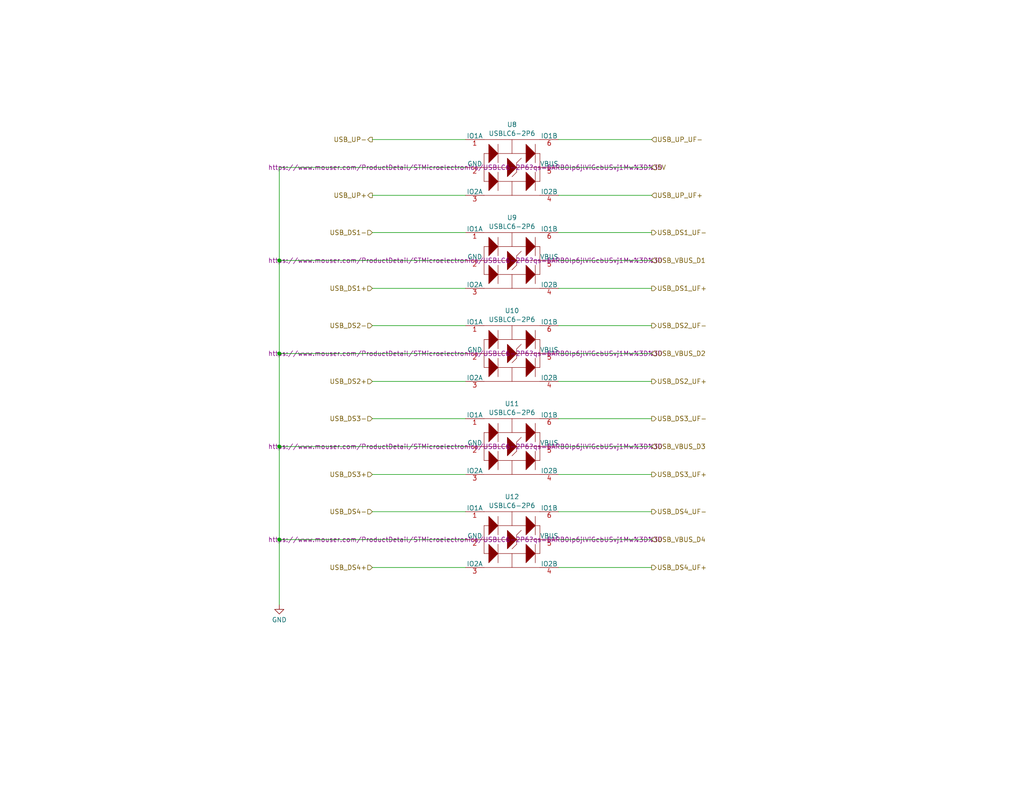
<source format=kicad_sch>
(kicad_sch
	(version 20250114)
	(generator "eeschema")
	(generator_version "9.0")
	(uuid "344d7c2a-4724-4e54-b822-a865b46fb2af")
	(paper "USLetter")
	(title_block
		(title "1026 RPi Power Hat")
		(date "2025-04-11")
		(rev "1")
		(company "Dan Wilson")
		(comment 1 "Copyright © 2025 Dan Wilson")
		(comment 4 "USB ESD Protection")
	)
	(lib_symbols
		(symbol "DW_Semiconductors:[U] ST Micro USB ESD Protection USBLC6-2P6"
			(pin_names
				(offset 0)
			)
			(exclude_from_sim no)
			(in_bom yes)
			(on_board yes)
			(property "Reference" "U"
				(at 11.43 12.7 0)
				(effects
					(font
						(size 1.27 1.27)
					)
					(justify left bottom)
				)
			)
			(property "Value" "USBLC6-2P6"
				(at 6.35 11.43 0)
				(effects
					(font
						(size 1.27 1.27)
					)
					(justify left top)
				)
			)
			(property "Footprint" "DW_Semiconductors:[U] ST Micro USB ESD Protection USBLC6-2P6"
				(at 25.4 -87.3 0)
				(effects
					(font
						(size 1.27 1.27)
					)
					(justify left top)
					(hide yes)
				)
			)
			(property "Datasheet" "https://www.mouser.com/datasheet/2/389/usblc6_2-1852789.pdf"
				(at 25.4 -187.3 0)
				(effects
					(font
						(size 1.27 1.27)
					)
					(justify left top)
					(hide yes)
				)
			)
			(property "Description" "ESD Suppressors / TVS Diodes High Speed Interface Protection Low Cap"
				(at 12.7 -10.16 0)
				(effects
					(font
						(size 1.27 1.27)
					)
					(hide yes)
				)
			)
			(property "Height" "0.6"
				(at 25.4 -387.3 0)
				(effects
					(font
						(size 1.27 1.27)
					)
					(justify left top)
					(hide yes)
				)
			)
			(property "Manufacturer_Name" "STMicroelectronics"
				(at 25.4 -487.3 0)
				(effects
					(font
						(size 1.27 1.27)
					)
					(justify left top)
					(hide yes)
				)
			)
			(property "Manufacturer_Part_Number" "USBLC6-2P6"
				(at 25.4 -587.3 0)
				(effects
					(font
						(size 1.27 1.27)
					)
					(justify left top)
					(hide yes)
				)
			)
			(property "Mouser Part Number" "511-USBLC6-2P6"
				(at 12.7 -15.24 0)
				(effects
					(font
						(size 1.27 1.27)
					)
					(hide yes)
				)
			)
			(property "Mouser Product/Spec" "https://www.mouser.com/ProductDetail/STMicroelectronics/USBLC6-2P6?qs=6ARB0lp6jlViGcbUSvj1Mw%3D%3D"
				(at 12.7 -12.7 0)
				(effects
					(font
						(size 1.27 1.27)
					)
					(hide yes)
				)
			)
			(property "Spec" "USBLC6-2P6"
				(at 12.7 -17.78 0)
				(effects
					(font
						(size 1.27 1.27)
					)
					(hide yes)
				)
			)
			(property "ki_keywords" "ESD Suppressors / TVS Diodes High Speed Interface Protection Low Cap"
				(at 0 0 0)
				(effects
					(font
						(size 1.27 1.27)
					)
					(hide yes)
				)
			)
			(symbol "[U] ST Micro USB ESD Protection USBLC6-2P6_1_1"
				(polyline
					(pts
						(xy 5.08 7.62) (xy 20.32 7.62)
					)
					(stroke
						(width 0.127)
						(type default)
					)
					(fill
						(type none)
					)
				)
				(polyline
					(pts
						(xy 5.08 0) (xy 20.32 0)
					)
					(stroke
						(width 0.127)
						(type default)
					)
					(fill
						(type none)
					)
				)
				(polyline
					(pts
						(xy 5.08 -3.81) (xy 5.08 3.81)
					)
					(stroke
						(width 0.127)
						(type default)
					)
					(fill
						(type none)
					)
				)
				(polyline
					(pts
						(xy 5.08 -3.81) (xy 6.35 -3.81)
					)
					(stroke
						(width 0.127)
						(type default)
					)
					(fill
						(type none)
					)
				)
				(polyline
					(pts
						(xy 5.08 -7.62) (xy 20.32 -7.62)
					)
					(stroke
						(width 0.127)
						(type default)
					)
					(fill
						(type none)
					)
				)
				(polyline
					(pts
						(xy 6.35 3.81) (xy 5.08 3.81)
					)
					(stroke
						(width 0.127)
						(type default)
					)
					(fill
						(type none)
					)
				)
				(polyline
					(pts
						(xy 8.89 6.35) (xy 8.89 1.27)
					)
					(stroke
						(width 0.127)
						(type default)
					)
					(fill
						(type none)
					)
				)
				(polyline
					(pts
						(xy 8.89 3.81) (xy 16.51 3.81)
					)
					(stroke
						(width 0.127)
						(type default)
					)
					(fill
						(type none)
					)
				)
				(polyline
					(pts
						(xy 8.89 3.81) (xy 6.35 1.27) (xy 6.35 6.35) (xy 8.89 3.81)
					)
					(stroke
						(width 0.127)
						(type default)
					)
					(fill
						(type outline)
					)
				)
				(polyline
					(pts
						(xy 8.89 -1.27) (xy 8.89 -6.35)
					)
					(stroke
						(width 0.127)
						(type default)
					)
					(fill
						(type none)
					)
				)
				(polyline
					(pts
						(xy 8.89 -3.81) (xy 16.51 -3.81)
					)
					(stroke
						(width 0.127)
						(type default)
					)
					(fill
						(type none)
					)
				)
				(polyline
					(pts
						(xy 8.89 -3.81) (xy 6.35 -6.35) (xy 6.35 -1.27) (xy 8.89 -3.81)
					)
					(stroke
						(width 0.127)
						(type default)
					)
					(fill
						(type outline)
					)
				)
				(polyline
					(pts
						(xy 12.7 3.81) (xy 12.7 7.62)
					)
					(stroke
						(width 0.127)
						(type default)
					)
					(fill
						(type none)
					)
				)
				(polyline
					(pts
						(xy 12.7 -2.54) (xy 13.97 -1.27)
					)
					(stroke
						(width 0.127)
						(type default)
					)
					(fill
						(type none)
					)
				)
				(polyline
					(pts
						(xy 12.7 -3.81) (xy 12.7 -7.62)
					)
					(stroke
						(width 0.127)
						(type default)
					)
					(fill
						(type none)
					)
				)
				(polyline
					(pts
						(xy 13.97 1.27) (xy 13.97 -1.27)
					)
					(stroke
						(width 0.127)
						(type default)
					)
					(fill
						(type none)
					)
				)
				(polyline
					(pts
						(xy 13.97 1.27) (xy 15.24 2.54)
					)
					(stroke
						(width 0.127)
						(type default)
					)
					(fill
						(type none)
					)
				)
				(polyline
					(pts
						(xy 13.97 0) (xy 11.43 -2.54) (xy 11.43 2.54) (xy 13.97 0)
					)
					(stroke
						(width 0.127)
						(type default)
					)
					(fill
						(type outline)
					)
				)
				(polyline
					(pts
						(xy 19.05 6.35) (xy 19.05 1.27)
					)
					(stroke
						(width 0.127)
						(type default)
					)
					(fill
						(type none)
					)
				)
				(polyline
					(pts
						(xy 19.05 3.81) (xy 20.32 3.81)
					)
					(stroke
						(width 0.127)
						(type default)
					)
					(fill
						(type none)
					)
				)
				(polyline
					(pts
						(xy 19.05 3.81) (xy 16.51 1.27) (xy 16.51 6.35) (xy 19.05 3.81)
					)
					(stroke
						(width 0.127)
						(type default)
					)
					(fill
						(type outline)
					)
				)
				(polyline
					(pts
						(xy 19.05 -1.27) (xy 19.05 -6.35)
					)
					(stroke
						(width 0.127)
						(type default)
					)
					(fill
						(type none)
					)
				)
				(polyline
					(pts
						(xy 19.05 -3.81) (xy 16.51 -6.35) (xy 16.51 -1.27) (xy 19.05 -3.81)
					)
					(stroke
						(width 0.127)
						(type default)
					)
					(fill
						(type outline)
					)
				)
				(polyline
					(pts
						(xy 20.32 -3.81) (xy 19.05 -3.81)
					)
					(stroke
						(width 0.127)
						(type default)
					)
					(fill
						(type none)
					)
				)
				(polyline
					(pts
						(xy 20.32 -3.81) (xy 20.32 3.81)
					)
					(stroke
						(width 0.127)
						(type default)
					)
					(fill
						(type none)
					)
				)
				(pin passive line
					(at 0 7.62 0)
					(length 5.08)
					(name "IO1A"
						(effects
							(font
								(size 1.27 1.27)
							)
						)
					)
					(number "1"
						(effects
							(font
								(size 1.27 1.27)
							)
						)
					)
				)
				(pin passive line
					(at 0 0 0)
					(length 5.08)
					(name "GND"
						(effects
							(font
								(size 1.27 1.27)
							)
						)
					)
					(number "2"
						(effects
							(font
								(size 1.27 1.27)
							)
						)
					)
				)
				(pin passive line
					(at 0 -7.62 0)
					(length 5.08)
					(name "IO2A"
						(effects
							(font
								(size 1.27 1.27)
							)
						)
					)
					(number "3"
						(effects
							(font
								(size 1.27 1.27)
							)
						)
					)
				)
				(pin passive line
					(at 25.4 7.62 180)
					(length 5.08)
					(name "IO1B"
						(effects
							(font
								(size 1.27 1.27)
							)
						)
					)
					(number "6"
						(effects
							(font
								(size 1.27 1.27)
							)
						)
					)
				)
				(pin passive line
					(at 25.4 0 180)
					(length 5.08)
					(name "VBUS"
						(effects
							(font
								(size 1.27 1.27)
							)
						)
					)
					(number "5"
						(effects
							(font
								(size 1.27 1.27)
							)
						)
					)
				)
				(pin passive line
					(at 25.4 -7.62 180)
					(length 5.08)
					(name "IO2B"
						(effects
							(font
								(size 1.27 1.27)
							)
						)
					)
					(number "4"
						(effects
							(font
								(size 1.27 1.27)
							)
						)
					)
				)
			)
			(embedded_fonts no)
		)
		(symbol "power:GND"
			(power)
			(pin_numbers
				(hide yes)
			)
			(pin_names
				(offset 0)
				(hide yes)
			)
			(exclude_from_sim no)
			(in_bom yes)
			(on_board yes)
			(property "Reference" "#PWR"
				(at 0 -6.35 0)
				(effects
					(font
						(size 1.27 1.27)
					)
					(hide yes)
				)
			)
			(property "Value" "GND"
				(at 0 -3.81 0)
				(effects
					(font
						(size 1.27 1.27)
					)
				)
			)
			(property "Footprint" ""
				(at 0 0 0)
				(effects
					(font
						(size 1.27 1.27)
					)
					(hide yes)
				)
			)
			(property "Datasheet" ""
				(at 0 0 0)
				(effects
					(font
						(size 1.27 1.27)
					)
					(hide yes)
				)
			)
			(property "Description" "Power symbol creates a global label with name \"GND\" , ground"
				(at 0 0 0)
				(effects
					(font
						(size 1.27 1.27)
					)
					(hide yes)
				)
			)
			(property "ki_keywords" "global power"
				(at 0 0 0)
				(effects
					(font
						(size 1.27 1.27)
					)
					(hide yes)
				)
			)
			(symbol "GND_0_1"
				(polyline
					(pts
						(xy 0 0) (xy 0 -1.27) (xy 1.27 -1.27) (xy 0 -2.54) (xy -1.27 -1.27) (xy 0 -1.27)
					)
					(stroke
						(width 0)
						(type default)
					)
					(fill
						(type none)
					)
				)
			)
			(symbol "GND_1_1"
				(pin power_in line
					(at 0 0 270)
					(length 0)
					(name "~"
						(effects
							(font
								(size 1.27 1.27)
							)
						)
					)
					(number "1"
						(effects
							(font
								(size 1.27 1.27)
							)
						)
					)
				)
			)
			(embedded_fonts no)
		)
	)
	(junction
		(at 76.2 147.32)
		(diameter 0)
		(color 0 0 0 0)
		(uuid "1840a9a2-4447-42cc-b537-1f1425c5d32e")
	)
	(junction
		(at 76.2 121.92)
		(diameter 0)
		(color 0 0 0 0)
		(uuid "4311a60b-d684-4bee-9501-36304e17702d")
	)
	(junction
		(at 76.2 96.52)
		(diameter 0)
		(color 0 0 0 0)
		(uuid "a59423e3-39b7-43fa-b4ce-cf12976c6f38")
	)
	(junction
		(at 76.2 71.12)
		(diameter 0)
		(color 0 0 0 0)
		(uuid "f875c3ce-ec9a-4f50-a70a-aeeab6fc0dc1")
	)
	(wire
		(pts
			(xy 76.2 121.92) (xy 127 121.92)
		)
		(stroke
			(width 0)
			(type default)
		)
		(uuid "19291bdf-85fa-4e1c-b91f-e2ba373ed723")
	)
	(wire
		(pts
			(xy 76.2 147.32) (xy 76.2 165.1)
		)
		(stroke
			(width 0)
			(type default)
		)
		(uuid "22422c6b-6699-41c1-b137-2b2c85a6fca4")
	)
	(wire
		(pts
			(xy 152.4 38.1) (xy 177.8 38.1)
		)
		(stroke
			(width 0)
			(type default)
		)
		(uuid "22ec3083-ad1e-413e-9d16-7fbbacc00767")
	)
	(wire
		(pts
			(xy 152.4 53.34) (xy 177.8 53.34)
		)
		(stroke
			(width 0)
			(type default)
		)
		(uuid "263205f1-a571-479b-94f1-f80fca5baa51")
	)
	(wire
		(pts
			(xy 152.4 154.94) (xy 177.8 154.94)
		)
		(stroke
			(width 0)
			(type default)
		)
		(uuid "281084f8-4e59-4e27-9956-c03b6a6bdef1")
	)
	(wire
		(pts
			(xy 76.2 45.72) (xy 76.2 71.12)
		)
		(stroke
			(width 0)
			(type default)
		)
		(uuid "2958ca17-fb8a-445b-94c5-1aefe1bea987")
	)
	(wire
		(pts
			(xy 76.2 71.12) (xy 76.2 96.52)
		)
		(stroke
			(width 0)
			(type default)
		)
		(uuid "2cf0b00f-6682-4232-ac4f-9cbd5ac15e3a")
	)
	(wire
		(pts
			(xy 152.4 71.12) (xy 177.8 71.12)
		)
		(stroke
			(width 0)
			(type default)
		)
		(uuid "2d1e2fe2-bcbc-4de0-bcb8-41662cc7d724")
	)
	(wire
		(pts
			(xy 76.2 71.12) (xy 127 71.12)
		)
		(stroke
			(width 0)
			(type default)
		)
		(uuid "2dae639a-bd51-4289-91df-4ad4e3ce6740")
	)
	(wire
		(pts
			(xy 152.4 129.54) (xy 177.8 129.54)
		)
		(stroke
			(width 0)
			(type default)
		)
		(uuid "2f0703f0-98ed-49e0-a41e-6cdb878edc73")
	)
	(wire
		(pts
			(xy 101.6 139.7) (xy 127 139.7)
		)
		(stroke
			(width 0)
			(type default)
		)
		(uuid "336835dd-0ba1-4b7f-8e80-5aa7b73af940")
	)
	(wire
		(pts
			(xy 76.2 96.52) (xy 76.2 121.92)
		)
		(stroke
			(width 0)
			(type default)
		)
		(uuid "3bc50965-f5f5-436a-b32a-d1db75512f2f")
	)
	(wire
		(pts
			(xy 101.6 38.1) (xy 127 38.1)
		)
		(stroke
			(width 0)
			(type default)
		)
		(uuid "3dbf9815-01a7-400d-83f1-cf8502e38b48")
	)
	(wire
		(pts
			(xy 101.6 63.5) (xy 127 63.5)
		)
		(stroke
			(width 0)
			(type default)
		)
		(uuid "42154e47-ed88-40da-8404-c7886741a7ad")
	)
	(wire
		(pts
			(xy 76.2 96.52) (xy 127 96.52)
		)
		(stroke
			(width 0)
			(type default)
		)
		(uuid "4479d47d-7a6a-4dc3-ab01-7f91da5011a6")
	)
	(wire
		(pts
			(xy 152.4 147.32) (xy 177.8 147.32)
		)
		(stroke
			(width 0)
			(type default)
		)
		(uuid "4bce21dc-ee92-4f79-a7ae-7aef13e5cd30")
	)
	(wire
		(pts
			(xy 152.4 121.92) (xy 177.8 121.92)
		)
		(stroke
			(width 0)
			(type default)
		)
		(uuid "4c7d7db1-282b-40c1-91ca-3fc212343181")
	)
	(wire
		(pts
			(xy 152.4 104.14) (xy 177.8 104.14)
		)
		(stroke
			(width 0)
			(type default)
		)
		(uuid "4c954a20-1a1d-4163-8c6c-6043663a36c9")
	)
	(wire
		(pts
			(xy 101.6 78.74) (xy 127 78.74)
		)
		(stroke
			(width 0)
			(type default)
		)
		(uuid "508101cc-eea2-40d2-93f2-762ba0736a02")
	)
	(wire
		(pts
			(xy 152.4 114.3) (xy 177.8 114.3)
		)
		(stroke
			(width 0)
			(type default)
		)
		(uuid "631eb313-0e2a-4ea8-8a32-86d044f59cc9")
	)
	(wire
		(pts
			(xy 101.6 53.34) (xy 127 53.34)
		)
		(stroke
			(width 0)
			(type default)
		)
		(uuid "64203472-d839-40c6-a3fc-34e812790703")
	)
	(wire
		(pts
			(xy 152.4 96.52) (xy 177.8 96.52)
		)
		(stroke
			(width 0)
			(type default)
		)
		(uuid "6cc07fe8-ebe4-4996-b5ce-3f6ccc9fc672")
	)
	(wire
		(pts
			(xy 101.6 88.9) (xy 127 88.9)
		)
		(stroke
			(width 0)
			(type default)
		)
		(uuid "712534e4-0922-4637-9be3-af5d2529399b")
	)
	(wire
		(pts
			(xy 152.4 78.74) (xy 177.8 78.74)
		)
		(stroke
			(width 0)
			(type default)
		)
		(uuid "73c911f9-7446-41c9-bea9-a9e4b5642c75")
	)
	(wire
		(pts
			(xy 152.4 88.9) (xy 177.8 88.9)
		)
		(stroke
			(width 0)
			(type default)
		)
		(uuid "7b55c5dd-d765-4a86-8629-b94d9239006d")
	)
	(wire
		(pts
			(xy 101.6 154.94) (xy 127 154.94)
		)
		(stroke
			(width 0)
			(type default)
		)
		(uuid "7e4d16fc-2ccd-4d0a-9a33-7bc4a1aadd62")
	)
	(wire
		(pts
			(xy 76.2 121.92) (xy 76.2 147.32)
		)
		(stroke
			(width 0)
			(type default)
		)
		(uuid "8837ce44-4610-46f7-92e2-564ce620db9f")
	)
	(wire
		(pts
			(xy 101.6 114.3) (xy 127 114.3)
		)
		(stroke
			(width 0)
			(type default)
		)
		(uuid "90496c98-6860-46ae-8323-0468d8e106f1")
	)
	(wire
		(pts
			(xy 127 45.72) (xy 76.2 45.72)
		)
		(stroke
			(width 0)
			(type default)
		)
		(uuid "9f4d62c7-bf30-4e6f-bee0-d46ee1d5f32e")
	)
	(wire
		(pts
			(xy 101.6 129.54) (xy 127 129.54)
		)
		(stroke
			(width 0)
			(type default)
		)
		(uuid "a2c8f5f4-9d33-41e0-b4c1-e7ca4ab8ba38")
	)
	(wire
		(pts
			(xy 76.2 147.32) (xy 127 147.32)
		)
		(stroke
			(width 0)
			(type default)
		)
		(uuid "a527148d-4e1b-4ebc-9307-263621b2097a")
	)
	(wire
		(pts
			(xy 152.4 139.7) (xy 177.8 139.7)
		)
		(stroke
			(width 0)
			(type default)
		)
		(uuid "b4111dc2-a687-4528-813b-a7f7d87df479")
	)
	(wire
		(pts
			(xy 152.4 45.72) (xy 177.8 45.72)
		)
		(stroke
			(width 0)
			(type default)
		)
		(uuid "dc0e474b-1e78-4679-a76b-038e879c6965")
	)
	(wire
		(pts
			(xy 152.4 63.5) (xy 177.8 63.5)
		)
		(stroke
			(width 0)
			(type default)
		)
		(uuid "e98e3f6f-ce59-4e76-98f0-2a55467f776f")
	)
	(wire
		(pts
			(xy 101.6 104.14) (xy 127 104.14)
		)
		(stroke
			(width 0)
			(type default)
		)
		(uuid "f5689a3a-f871-4499-b00f-225e9b47991d")
	)
	(hierarchical_label "USB_DS1-"
		(shape input)
		(at 101.6 63.5 180)
		(effects
			(font
				(size 1.27 1.27)
			)
			(justify right)
		)
		(uuid "014d52c9-3fe2-46c3-be7a-b9282edb9def")
	)
	(hierarchical_label "USB_UP-"
		(shape output)
		(at 101.6 38.1 180)
		(effects
			(font
				(size 1.27 1.27)
			)
			(justify right)
		)
		(uuid "03d1e63a-5a64-4a21-afc4-a2497f731a63")
	)
	(hierarchical_label "5V"
		(shape input)
		(at 177.8 45.72 0)
		(effects
			(font
				(size 1.27 1.27)
			)
			(justify left)
		)
		(uuid "1cb48a0f-ac4e-4830-9377-f2bb2b1e6c17")
	)
	(hierarchical_label "USB_VBUS_D1"
		(shape input)
		(at 177.8 71.12 0)
		(effects
			(font
				(size 1.27 1.27)
			)
			(justify left)
		)
		(uuid "2c7a2847-e6c1-40bd-9e6d-843f6507667a")
	)
	(hierarchical_label "USB_DS2_UF-"
		(shape output)
		(at 177.8 88.9 0)
		(effects
			(font
				(size 1.27 1.27)
			)
			(justify left)
		)
		(uuid "3a8645c2-0216-4c9c-b046-7607e509cea9")
	)
	(hierarchical_label "USB_DS1+"
		(shape input)
		(at 101.6 78.74 180)
		(effects
			(font
				(size 1.27 1.27)
			)
			(justify right)
		)
		(uuid "4b1394b2-5660-4468-a83c-ef9b8070a477")
	)
	(hierarchical_label "USB_VBUS_D3"
		(shape input)
		(at 177.8 121.92 0)
		(effects
			(font
				(size 1.27 1.27)
			)
			(justify left)
		)
		(uuid "5c7eb1f4-1f93-4c22-82ae-ad56055ba38f")
	)
	(hierarchical_label "USB_DS3-"
		(shape input)
		(at 101.6 114.3 180)
		(effects
			(font
				(size 1.27 1.27)
			)
			(justify right)
		)
		(uuid "692a4f9c-090a-4389-a180-a1a44b227f48")
	)
	(hierarchical_label "USB_DS1_UF+"
		(shape output)
		(at 177.8 78.74 0)
		(effects
			(font
				(size 1.27 1.27)
			)
			(justify left)
		)
		(uuid "6ba25080-5d82-481b-8f2d-028f64479479")
	)
	(hierarchical_label "USB_DS4_UF+"
		(shape output)
		(at 177.8 154.94 0)
		(effects
			(font
				(size 1.27 1.27)
			)
			(justify left)
		)
		(uuid "71fa77d2-4f76-4776-b0ad-e044ee62c554")
	)
	(hierarchical_label "USB_DS4+"
		(shape input)
		(at 101.6 154.94 180)
		(effects
			(font
				(size 1.27 1.27)
			)
			(justify right)
		)
		(uuid "7ac364fd-5b34-437a-9e2e-c37843ee1f26")
	)
	(hierarchical_label "USB_DS2+"
		(shape input)
		(at 101.6 104.14 180)
		(effects
			(font
				(size 1.27 1.27)
			)
			(justify right)
		)
		(uuid "7b97e895-0c86-450b-8b7b-1316957eb4f4")
	)
	(hierarchical_label "USB_DS1_UF-"
		(shape output)
		(at 177.8 63.5 0)
		(effects
			(font
				(size 1.27 1.27)
			)
			(justify left)
		)
		(uuid "807a31d8-b63e-4f70-a20c-0e0656907a52")
	)
	(hierarchical_label "USB_DS3+"
		(shape input)
		(at 101.6 129.54 180)
		(effects
			(font
				(size 1.27 1.27)
			)
			(justify right)
		)
		(uuid "9d73859f-1ff8-4c82-80e7-747303440b66")
	)
	(hierarchical_label "USB_UP_UF+"
		(shape input)
		(at 177.8 53.34 0)
		(effects
			(font
				(size 1.27 1.27)
			)
			(justify left)
		)
		(uuid "a2fa6192-1ed5-4585-bb69-5accd80e9838")
	)
	(hierarchical_label "USB_DS3_UF+"
		(shape output)
		(at 177.8 129.54 0)
		(effects
			(font
				(size 1.27 1.27)
			)
			(justify left)
		)
		(uuid "a694fe52-a0aa-4c66-806a-62c7cb33dac3")
	)
	(hierarchical_label "USB_VBUS_D2"
		(shape input)
		(at 177.8 96.52 0)
		(effects
			(font
				(size 1.27 1.27)
			)
			(justify left)
		)
		(uuid "afc26882-49be-458a-828c-e5936da28954")
	)
	(hierarchical_label "USB_DS2_UF+"
		(shape output)
		(at 177.8 104.14 0)
		(effects
			(font
				(size 1.27 1.27)
			)
			(justify left)
		)
		(uuid "b1a8f99b-246c-4ed8-8a54-24c77f583745")
	)
	(hierarchical_label "USB_DS4_UF-"
		(shape output)
		(at 177.8 139.7 0)
		(effects
			(font
				(size 1.27 1.27)
			)
			(justify left)
		)
		(uuid "c1006fb1-8cb4-4fb3-b375-ba80dff4a304")
	)
	(hierarchical_label "USB_VBUS_D4"
		(shape input)
		(at 177.8 147.32 0)
		(effects
			(font
				(size 1.27 1.27)
			)
			(justify left)
		)
		(uuid "c132c703-d5f5-49d2-b8de-d583cb7b921c")
	)
	(hierarchical_label "USB_DS3_UF-"
		(shape output)
		(at 177.8 114.3 0)
		(effects
			(font
				(size 1.27 1.27)
			)
			(justify left)
		)
		(uuid "c2eaff84-9d6d-4a42-b385-63db55191812")
	)
	(hierarchical_label "USB_UP+"
		(shape output)
		(at 101.6 53.34 180)
		(effects
			(font
				(size 1.27 1.27)
			)
			(justify right)
		)
		(uuid "cdd8d2ee-d532-4f85-bfcb-a36e26ef69a3")
	)
	(hierarchical_label "USB_UP_UF-"
		(shape input)
		(at 177.8 38.1 0)
		(effects
			(font
				(size 1.27 1.27)
			)
			(justify left)
		)
		(uuid "d060c354-45ca-4e94-bc94-8a84cb287473")
	)
	(hierarchical_label "USB_DS2-"
		(shape input)
		(at 101.6 88.9 180)
		(effects
			(font
				(size 1.27 1.27)
			)
			(justify right)
		)
		(uuid "f01434ee-4c08-4b4e-b9c7-01e8ab147b91")
	)
	(hierarchical_label "USB_DS4-"
		(shape input)
		(at 101.6 139.7 180)
		(effects
			(font
				(size 1.27 1.27)
			)
			(justify right)
		)
		(uuid "f4ea04b7-9857-4964-bf2f-cd19f57af961")
	)
	(symbol
		(lib_id "power:GND")
		(at 76.2 165.1 0)
		(unit 1)
		(exclude_from_sim no)
		(in_bom yes)
		(on_board yes)
		(dnp no)
		(fields_autoplaced yes)
		(uuid "09c0dd08-e27e-4c68-9be6-043287513c2c")
		(property "Reference" "#PWR018"
			(at 76.2 171.45 0)
			(effects
				(font
					(size 1.27 1.27)
				)
				(hide yes)
			)
		)
		(property "Value" "GND"
			(at 76.2 169.2331 0)
			(effects
				(font
					(size 1.27 1.27)
				)
			)
		)
		(property "Footprint" ""
			(at 76.2 165.1 0)
			(effects
				(font
					(size 1.27 1.27)
				)
				(hide yes)
			)
		)
		(property "Datasheet" ""
			(at 76.2 165.1 0)
			(effects
				(font
					(size 1.27 1.27)
				)
				(hide yes)
			)
		)
		(property "Description" "Power symbol creates a global label with name \"GND\" , ground"
			(at 76.2 165.1 0)
			(effects
				(font
					(size 1.27 1.27)
				)
				(hide yes)
			)
		)
		(pin "1"
			(uuid "aa0667c2-0b35-4d3b-8288-8065f7c8cbfd")
		)
		(instances
			(project ""
				(path "/0e50632e-8a8b-4b7f-ac56-99c7667bb88a/e5ff99b5-3fa9-4188-afbc-79d9240e5e7c"
					(reference "#PWR018")
					(unit 1)
				)
			)
		)
	)
	(symbol
		(lib_id "DW_Semiconductors:[U] ST Micro USB ESD Protection USBLC6-2P6")
		(at 127 96.52 0)
		(unit 1)
		(exclude_from_sim no)
		(in_bom yes)
		(on_board yes)
		(dnp no)
		(fields_autoplaced yes)
		(uuid "46b01147-b0ba-4e21-9a1e-a9cd74c58cac")
		(property "Reference" "U10"
			(at 139.7 84.819 0)
			(effects
				(font
					(size 1.27 1.27)
				)
			)
		)
		(property "Value" "USBLC6-2P6"
			(at 139.7 87.2433 0)
			(effects
				(font
					(size 1.27 1.27)
				)
			)
		)
		(property "Footprint" "DW_Semiconductors:[U] ST Micro USB ESD Protection USBLC6-2P6"
			(at 152.4 183.82 0)
			(effects
				(font
					(size 1.27 1.27)
				)
				(justify left top)
				(hide yes)
			)
		)
		(property "Datasheet" "https://www.mouser.com/datasheet/2/389/usblc6_2-1852789.pdf"
			(at 152.4 283.82 0)
			(effects
				(font
					(size 1.27 1.27)
				)
				(justify left top)
				(hide yes)
			)
		)
		(property "Description" "ESD Suppressors / TVS Diodes High Speed Interface Protection Low Cap"
			(at 139.7 106.68 0)
			(effects
				(font
					(size 1.27 1.27)
				)
				(hide yes)
			)
		)
		(property "Height" "0.6"
			(at 152.4 483.82 0)
			(effects
				(font
					(size 1.27 1.27)
				)
				(justify left top)
				(hide yes)
			)
		)
		(property "Manufacturer_Name" "STMicroelectronics"
			(at 152.4 583.82 0)
			(effects
				(font
					(size 1.27 1.27)
				)
				(justify left top)
				(hide yes)
			)
		)
		(property "Manufacturer_Part_Number" "USBLC6-2P6"
			(at 152.4 683.82 0)
			(effects
				(font
					(size 1.27 1.27)
				)
				(justify left top)
				(hide yes)
			)
		)
		(property "Mouser Part Number" "511-USBLC6-2P6"
			(at 139.7 111.76 0)
			(effects
				(font
					(size 1.27 1.27)
				)
				(hide yes)
			)
		)
		(property "Mouser Product/Spec" "https://www.mouser.com/ProductDetail/STMicroelectronics/USBLC6-2P6?qs=6ARB0lp6jlViGcbUSvj1Mw%3D%3D"
			(at 139.7 109.22 0)
			(effects
				(font
					(size 1.27 1.27)
				)
				(hide yes)
			)
		)
		(property "Spec" "USBLC6-2P6"
			(at 139.7 114.3 0)
			(effects
				(font
					(size 1.27 1.27)
				)
				(hide yes)
			)
		)
		(property "Mouser Price/Stock" "https://www.mouser.com/ProductDetail/STMicroelectronics/USBLC6-2P6?qs=6ARB0lp6jlViGcbUSvj1Mw%3D%3D"
			(at 127 96.52 0)
			(effects
				(font
					(size 1.27 1.27)
				)
			)
		)
		(pin "1"
			(uuid "b5e4580a-8d67-43b0-a2f4-4b51f8b5175a")
		)
		(pin "4"
			(uuid "2e9fe7f2-ca86-45ff-b896-18ac40abb936")
		)
		(pin "6"
			(uuid "184a542f-5a84-474f-a78c-43671f87d7ca")
		)
		(pin "3"
			(uuid "a41d7d38-f162-4402-a4bf-9e6c464d3b79")
		)
		(pin "2"
			(uuid "833f651a-19c3-4982-b4a2-d14907091efe")
		)
		(pin "5"
			(uuid "f13bd90d-4288-4966-92ff-63fd36d8b094")
		)
		(instances
			(project "1026 RPi Power Hat"
				(path "/0e50632e-8a8b-4b7f-ac56-99c7667bb88a/e5ff99b5-3fa9-4188-afbc-79d9240e5e7c"
					(reference "U10")
					(unit 1)
				)
			)
		)
	)
	(symbol
		(lib_id "DW_Semiconductors:[U] ST Micro USB ESD Protection USBLC6-2P6")
		(at 127 147.32 0)
		(unit 1)
		(exclude_from_sim no)
		(in_bom yes)
		(on_board yes)
		(dnp no)
		(fields_autoplaced yes)
		(uuid "50d040a6-ea33-4ff3-bf2e-a65251bd949e")
		(property "Reference" "U12"
			(at 139.7 135.619 0)
			(effects
				(font
					(size 1.27 1.27)
				)
			)
		)
		(property "Value" "USBLC6-2P6"
			(at 139.7 138.0433 0)
			(effects
				(font
					(size 1.27 1.27)
				)
			)
		)
		(property "Footprint" "DW_Semiconductors:[U] ST Micro USB ESD Protection USBLC6-2P6"
			(at 152.4 234.62 0)
			(effects
				(font
					(size 1.27 1.27)
				)
				(justify left top)
				(hide yes)
			)
		)
		(property "Datasheet" "https://www.mouser.com/datasheet/2/389/usblc6_2-1852789.pdf"
			(at 152.4 334.62 0)
			(effects
				(font
					(size 1.27 1.27)
				)
				(justify left top)
				(hide yes)
			)
		)
		(property "Description" "ESD Suppressors / TVS Diodes High Speed Interface Protection Low Cap"
			(at 139.7 157.48 0)
			(effects
				(font
					(size 1.27 1.27)
				)
				(hide yes)
			)
		)
		(property "Height" "0.6"
			(at 152.4 534.62 0)
			(effects
				(font
					(size 1.27 1.27)
				)
				(justify left top)
				(hide yes)
			)
		)
		(property "Manufacturer_Name" "STMicroelectronics"
			(at 152.4 634.62 0)
			(effects
				(font
					(size 1.27 1.27)
				)
				(justify left top)
				(hide yes)
			)
		)
		(property "Manufacturer_Part_Number" "USBLC6-2P6"
			(at 152.4 734.62 0)
			(effects
				(font
					(size 1.27 1.27)
				)
				(justify left top)
				(hide yes)
			)
		)
		(property "Mouser Part Number" "511-USBLC6-2P6"
			(at 139.7 162.56 0)
			(effects
				(font
					(size 1.27 1.27)
				)
				(hide yes)
			)
		)
		(property "Mouser Product/Spec" "https://www.mouser.com/ProductDetail/STMicroelectronics/USBLC6-2P6?qs=6ARB0lp6jlViGcbUSvj1Mw%3D%3D"
			(at 139.7 160.02 0)
			(effects
				(font
					(size 1.27 1.27)
				)
				(hide yes)
			)
		)
		(property "Spec" "USBLC6-2P6"
			(at 139.7 165.1 0)
			(effects
				(font
					(size 1.27 1.27)
				)
				(hide yes)
			)
		)
		(property "Mouser Price/Stock" "https://www.mouser.com/ProductDetail/STMicroelectronics/USBLC6-2P6?qs=6ARB0lp6jlViGcbUSvj1Mw%3D%3D"
			(at 127 147.32 0)
			(effects
				(font
					(size 1.27 1.27)
				)
			)
		)
		(pin "1"
			(uuid "6bd01ff1-3f49-4a61-afba-88a337a5321d")
		)
		(pin "4"
			(uuid "83a512ae-75a4-4b59-8e17-717b064cffeb")
		)
		(pin "6"
			(uuid "b0e3cfae-5373-456e-8aff-cfd3716ed25a")
		)
		(pin "3"
			(uuid "65edd868-0dcd-48ff-b942-774104fe2d66")
		)
		(pin "2"
			(uuid "a579c0b0-6731-4084-8e23-2d11fbf9fccc")
		)
		(pin "5"
			(uuid "3038cbfe-ec3e-4a03-9dbc-c5115bb66615")
		)
		(instances
			(project "1026 RPi Power Hat"
				(path "/0e50632e-8a8b-4b7f-ac56-99c7667bb88a/e5ff99b5-3fa9-4188-afbc-79d9240e5e7c"
					(reference "U12")
					(unit 1)
				)
			)
		)
	)
	(symbol
		(lib_id "DW_Semiconductors:[U] ST Micro USB ESD Protection USBLC6-2P6")
		(at 127 121.92 0)
		(unit 1)
		(exclude_from_sim no)
		(in_bom yes)
		(on_board yes)
		(dnp no)
		(fields_autoplaced yes)
		(uuid "98af32f6-c864-4d68-a222-2a659988af3a")
		(property "Reference" "U11"
			(at 139.7 110.219 0)
			(effects
				(font
					(size 1.27 1.27)
				)
			)
		)
		(property "Value" "USBLC6-2P6"
			(at 139.7 112.6433 0)
			(effects
				(font
					(size 1.27 1.27)
				)
			)
		)
		(property "Footprint" "DW_Semiconductors:[U] ST Micro USB ESD Protection USBLC6-2P6"
			(at 152.4 209.22 0)
			(effects
				(font
					(size 1.27 1.27)
				)
				(justify left top)
				(hide yes)
			)
		)
		(property "Datasheet" "https://www.mouser.com/datasheet/2/389/usblc6_2-1852789.pdf"
			(at 152.4 309.22 0)
			(effects
				(font
					(size 1.27 1.27)
				)
				(justify left top)
				(hide yes)
			)
		)
		(property "Description" "ESD Suppressors / TVS Diodes High Speed Interface Protection Low Cap"
			(at 139.7 132.08 0)
			(effects
				(font
					(size 1.27 1.27)
				)
				(hide yes)
			)
		)
		(property "Height" "0.6"
			(at 152.4 509.22 0)
			(effects
				(font
					(size 1.27 1.27)
				)
				(justify left top)
				(hide yes)
			)
		)
		(property "Manufacturer_Name" "STMicroelectronics"
			(at 152.4 609.22 0)
			(effects
				(font
					(size 1.27 1.27)
				)
				(justify left top)
				(hide yes)
			)
		)
		(property "Manufacturer_Part_Number" "USBLC6-2P6"
			(at 152.4 709.22 0)
			(effects
				(font
					(size 1.27 1.27)
				)
				(justify left top)
				(hide yes)
			)
		)
		(property "Mouser Part Number" "511-USBLC6-2P6"
			(at 139.7 137.16 0)
			(effects
				(font
					(size 1.27 1.27)
				)
				(hide yes)
			)
		)
		(property "Mouser Product/Spec" "https://www.mouser.com/ProductDetail/STMicroelectronics/USBLC6-2P6?qs=6ARB0lp6jlViGcbUSvj1Mw%3D%3D"
			(at 139.7 134.62 0)
			(effects
				(font
					(size 1.27 1.27)
				)
				(hide yes)
			)
		)
		(property "Spec" "USBLC6-2P6"
			(at 139.7 139.7 0)
			(effects
				(font
					(size 1.27 1.27)
				)
				(hide yes)
			)
		)
		(property "Mouser Price/Stock" "https://www.mouser.com/ProductDetail/STMicroelectronics/USBLC6-2P6?qs=6ARB0lp6jlViGcbUSvj1Mw%3D%3D"
			(at 127 121.92 0)
			(effects
				(font
					(size 1.27 1.27)
				)
			)
		)
		(pin "1"
			(uuid "f65347bc-1b36-4a17-8ccd-a189f1e6afac")
		)
		(pin "4"
			(uuid "f50b3699-d961-43c5-955e-fada93efd06b")
		)
		(pin "6"
			(uuid "f26a111e-0e24-4938-92f6-840a8ad9bf35")
		)
		(pin "3"
			(uuid "0729ebb4-ef63-4d5f-800c-40711a57fe4c")
		)
		(pin "2"
			(uuid "4ea456f5-a0f0-4f0b-9f22-1e44c04a2f7f")
		)
		(pin "5"
			(uuid "c887978a-c7e7-4d3b-bd03-19845cbfee1f")
		)
		(instances
			(project "1026 RPi Power Hat"
				(path "/0e50632e-8a8b-4b7f-ac56-99c7667bb88a/e5ff99b5-3fa9-4188-afbc-79d9240e5e7c"
					(reference "U11")
					(unit 1)
				)
			)
		)
	)
	(symbol
		(lib_id "DW_Semiconductors:[U] ST Micro USB ESD Protection USBLC6-2P6")
		(at 127 71.12 0)
		(unit 1)
		(exclude_from_sim no)
		(in_bom yes)
		(on_board yes)
		(dnp no)
		(fields_autoplaced yes)
		(uuid "b57f534e-6920-470b-8282-01791bbf2483")
		(property "Reference" "U9"
			(at 139.7 59.419 0)
			(effects
				(font
					(size 1.27 1.27)
				)
			)
		)
		(property "Value" "USBLC6-2P6"
			(at 139.7 61.8433 0)
			(effects
				(font
					(size 1.27 1.27)
				)
			)
		)
		(property "Footprint" "DW_Semiconductors:[U] ST Micro USB ESD Protection USBLC6-2P6"
			(at 152.4 158.42 0)
			(effects
				(font
					(size 1.27 1.27)
				)
				(justify left top)
				(hide yes)
			)
		)
		(property "Datasheet" "https://www.mouser.com/datasheet/2/389/usblc6_2-1852789.pdf"
			(at 152.4 258.42 0)
			(effects
				(font
					(size 1.27 1.27)
				)
				(justify left top)
				(hide yes)
			)
		)
		(property "Description" "ESD Suppressors / TVS Diodes High Speed Interface Protection Low Cap"
			(at 139.7 81.28 0)
			(effects
				(font
					(size 1.27 1.27)
				)
				(hide yes)
			)
		)
		(property "Height" "0.6"
			(at 152.4 458.42 0)
			(effects
				(font
					(size 1.27 1.27)
				)
				(justify left top)
				(hide yes)
			)
		)
		(property "Manufacturer_Name" "STMicroelectronics"
			(at 152.4 558.42 0)
			(effects
				(font
					(size 1.27 1.27)
				)
				(justify left top)
				(hide yes)
			)
		)
		(property "Manufacturer_Part_Number" "USBLC6-2P6"
			(at 152.4 658.42 0)
			(effects
				(font
					(size 1.27 1.27)
				)
				(justify left top)
				(hide yes)
			)
		)
		(property "Mouser Part Number" "511-USBLC6-2P6"
			(at 139.7 86.36 0)
			(effects
				(font
					(size 1.27 1.27)
				)
				(hide yes)
			)
		)
		(property "Mouser Product/Spec" "https://www.mouser.com/ProductDetail/STMicroelectronics/USBLC6-2P6?qs=6ARB0lp6jlViGcbUSvj1Mw%3D%3D"
			(at 139.7 83.82 0)
			(effects
				(font
					(size 1.27 1.27)
				)
				(hide yes)
			)
		)
		(property "Spec" "USBLC6-2P6"
			(at 139.7 88.9 0)
			(effects
				(font
					(size 1.27 1.27)
				)
				(hide yes)
			)
		)
		(property "Mouser Price/Stock" "https://www.mouser.com/ProductDetail/STMicroelectronics/USBLC6-2P6?qs=6ARB0lp6jlViGcbUSvj1Mw%3D%3D"
			(at 127 71.12 0)
			(effects
				(font
					(size 1.27 1.27)
				)
			)
		)
		(pin "1"
			(uuid "c425700a-4184-4a8c-8b5b-eb04402d0c4a")
		)
		(pin "4"
			(uuid "2a1e624a-b414-4d3c-b90c-532198176891")
		)
		(pin "6"
			(uuid "d96bc436-2108-48f2-ba15-e1138e61bdd4")
		)
		(pin "3"
			(uuid "77649d8e-afb5-4f79-be0a-3f17cc996155")
		)
		(pin "2"
			(uuid "45d20b8c-5804-40a3-897a-8488e9672c12")
		)
		(pin "5"
			(uuid "79d94e1b-eaaa-472f-b675-3988ac6dfd19")
		)
		(instances
			(project "1026 RPi Power Hat"
				(path "/0e50632e-8a8b-4b7f-ac56-99c7667bb88a/e5ff99b5-3fa9-4188-afbc-79d9240e5e7c"
					(reference "U9")
					(unit 1)
				)
			)
		)
	)
	(symbol
		(lib_id "DW_Semiconductors:[U] ST Micro USB ESD Protection USBLC6-2P6")
		(at 127 45.72 0)
		(unit 1)
		(exclude_from_sim no)
		(in_bom yes)
		(on_board yes)
		(dnp no)
		(fields_autoplaced yes)
		(uuid "e34092d0-3a4e-4970-9b2c-b1c5fdeefe22")
		(property "Reference" "U8"
			(at 139.7 34.019 0)
			(effects
				(font
					(size 1.27 1.27)
				)
			)
		)
		(property "Value" "USBLC6-2P6"
			(at 139.7 36.4433 0)
			(effects
				(font
					(size 1.27 1.27)
				)
			)
		)
		(property "Footprint" "DW_Semiconductors:[U] ST Micro USB ESD Protection USBLC6-2P6"
			(at 152.4 133.02 0)
			(effects
				(font
					(size 1.27 1.27)
				)
				(justify left top)
				(hide yes)
			)
		)
		(property "Datasheet" "https://www.mouser.com/datasheet/2/389/usblc6_2-1852789.pdf"
			(at 152.4 233.02 0)
			(effects
				(font
					(size 1.27 1.27)
				)
				(justify left top)
				(hide yes)
			)
		)
		(property "Description" "ESD Suppressors / TVS Diodes High Speed Interface Protection Low Cap"
			(at 139.7 55.88 0)
			(effects
				(font
					(size 1.27 1.27)
				)
				(hide yes)
			)
		)
		(property "Height" "0.6"
			(at 152.4 433.02 0)
			(effects
				(font
					(size 1.27 1.27)
				)
				(justify left top)
				(hide yes)
			)
		)
		(property "Manufacturer_Name" "STMicroelectronics"
			(at 152.4 533.02 0)
			(effects
				(font
					(size 1.27 1.27)
				)
				(justify left top)
				(hide yes)
			)
		)
		(property "Manufacturer_Part_Number" "USBLC6-2P6"
			(at 152.4 633.02 0)
			(effects
				(font
					(size 1.27 1.27)
				)
				(justify left top)
				(hide yes)
			)
		)
		(property "Mouser Part Number" "511-USBLC6-2P6"
			(at 139.7 60.96 0)
			(effects
				(font
					(size 1.27 1.27)
				)
				(hide yes)
			)
		)
		(property "Mouser Product/Spec" "https://www.mouser.com/ProductDetail/STMicroelectronics/USBLC6-2P6?qs=6ARB0lp6jlViGcbUSvj1Mw%3D%3D"
			(at 139.7 58.42 0)
			(effects
				(font
					(size 1.27 1.27)
				)
				(hide yes)
			)
		)
		(property "Spec" "USBLC6-2P6"
			(at 139.7 63.5 0)
			(effects
				(font
					(size 1.27 1.27)
				)
				(hide yes)
			)
		)
		(property "Mouser Price/Stock" "https://www.mouser.com/ProductDetail/STMicroelectronics/USBLC6-2P6?qs=6ARB0lp6jlViGcbUSvj1Mw%3D%3D"
			(at 127 45.72 0)
			(effects
				(font
					(size 1.27 1.27)
				)
			)
		)
		(pin "1"
			(uuid "53acb1e1-00ff-47c1-8201-6016cb888f96")
		)
		(pin "4"
			(uuid "fb25a37b-9234-4bc6-bb16-79b7f04f1afc")
		)
		(pin "6"
			(uuid "65b73bea-b400-4f1d-b578-eca2dd7cefd8")
		)
		(pin "3"
			(uuid "bf2fa60f-8bf5-46b9-ba88-c428f4be0b01")
		)
		(pin "2"
			(uuid "f7e60d20-1d81-4235-b901-b8c9375706b9")
		)
		(pin "5"
			(uuid "6feec152-c6b2-4f4f-9989-d188bbd484ed")
		)
		(instances
			(project ""
				(path "/0e50632e-8a8b-4b7f-ac56-99c7667bb88a/e5ff99b5-3fa9-4188-afbc-79d9240e5e7c"
					(reference "U8")
					(unit 1)
				)
			)
		)
	)
)

</source>
